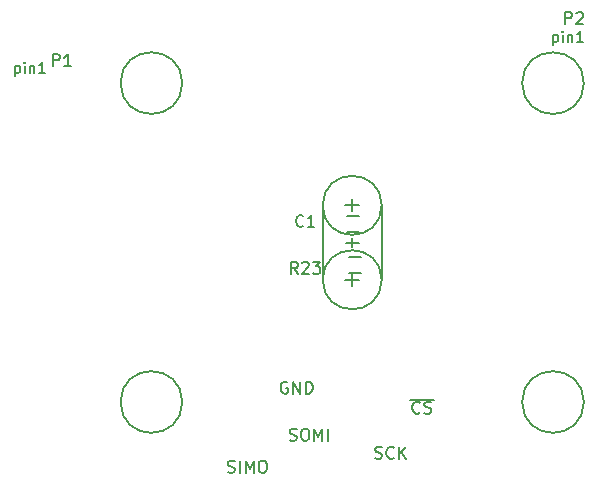
<source format=gto>
G04 #@! TF.FileFunction,Legend,Top*
%FSLAX46Y46*%
G04 Gerber Fmt 4.6, Leading zero omitted, Abs format (unit mm)*
G04 Created by KiCad (PCBNEW 4.0.1-stable) date 2/18/2017 12:31:51 AM*
%MOMM*%
G01*
G04 APERTURE LIST*
%ADD10C,0.100000*%
%ADD11C,0.127000*%
%ADD12C,0.152400*%
%ADD13C,0.200000*%
%ADD14C,0.150000*%
G04 APERTURE END LIST*
D10*
D11*
X-5485795Y-11823700D02*
X-5582557Y-11775319D01*
X-5727700Y-11775319D01*
X-5872842Y-11823700D01*
X-5969604Y-11920462D01*
X-6017985Y-12017224D01*
X-6066366Y-12210748D01*
X-6066366Y-12355890D01*
X-6017985Y-12549414D01*
X-5969604Y-12646176D01*
X-5872842Y-12742938D01*
X-5727700Y-12791319D01*
X-5630938Y-12791319D01*
X-5485795Y-12742938D01*
X-5437414Y-12694557D01*
X-5437414Y-12355890D01*
X-5630938Y-12355890D01*
X-5001985Y-12791319D02*
X-5001985Y-11775319D01*
X-4421414Y-12791319D01*
X-4421414Y-11775319D01*
X-3937604Y-12791319D02*
X-3937604Y-11775319D01*
X-3695699Y-11775319D01*
X-3550557Y-11823700D01*
X-3453795Y-11920462D01*
X-3405414Y-12017224D01*
X-3357033Y-12210748D01*
X-3357033Y-12355890D01*
X-3405414Y-12549414D01*
X-3453795Y-12646176D01*
X-3550557Y-12742938D01*
X-3695699Y-12791319D01*
X-3937604Y-12791319D01*
X5736167Y-14383657D02*
X5687786Y-14432038D01*
X5542643Y-14480419D01*
X5445881Y-14480419D01*
X5300739Y-14432038D01*
X5203977Y-14335276D01*
X5155596Y-14238514D01*
X5107215Y-14044990D01*
X5107215Y-13899848D01*
X5155596Y-13706324D01*
X5203977Y-13609562D01*
X5300739Y-13512800D01*
X5445881Y-13464419D01*
X5542643Y-13464419D01*
X5687786Y-13512800D01*
X5736167Y-13561181D01*
X6123215Y-14432038D02*
X6268358Y-14480419D01*
X6510262Y-14480419D01*
X6607024Y-14432038D01*
X6655405Y-14383657D01*
X6703786Y-14286895D01*
X6703786Y-14190133D01*
X6655405Y-14093371D01*
X6607024Y-14044990D01*
X6510262Y-13996610D01*
X6316739Y-13948229D01*
X6219977Y-13899848D01*
X6171596Y-13851467D01*
X6123215Y-13754705D01*
X6123215Y-13657943D01*
X6171596Y-13561181D01*
X6219977Y-13512800D01*
X6316739Y-13464419D01*
X6558643Y-13464419D01*
X6703786Y-13512800D01*
X4913691Y-13289280D02*
X6897310Y-13289280D01*
X1932215Y-18254738D02*
X2077358Y-18303119D01*
X2319262Y-18303119D01*
X2416024Y-18254738D01*
X2464405Y-18206357D01*
X2512786Y-18109595D01*
X2512786Y-18012833D01*
X2464405Y-17916071D01*
X2416024Y-17867690D01*
X2319262Y-17819310D01*
X2125739Y-17770929D01*
X2028977Y-17722548D01*
X1980596Y-17674167D01*
X1932215Y-17577405D01*
X1932215Y-17480643D01*
X1980596Y-17383881D01*
X2028977Y-17335500D01*
X2125739Y-17287119D01*
X2367643Y-17287119D01*
X2512786Y-17335500D01*
X3528786Y-18206357D02*
X3480405Y-18254738D01*
X3335262Y-18303119D01*
X3238500Y-18303119D01*
X3093358Y-18254738D01*
X2996596Y-18157976D01*
X2948215Y-18061214D01*
X2899834Y-17867690D01*
X2899834Y-17722548D01*
X2948215Y-17529024D01*
X2996596Y-17432262D01*
X3093358Y-17335500D01*
X3238500Y-17287119D01*
X3335262Y-17287119D01*
X3480405Y-17335500D01*
X3528786Y-17383881D01*
X3964215Y-18303119D02*
X3964215Y-17287119D01*
X4544786Y-18303119D02*
X4109358Y-17722548D01*
X4544786Y-17287119D02*
X3964215Y-17867690D01*
X-10522252Y-19435838D02*
X-10377109Y-19484219D01*
X-10135205Y-19484219D01*
X-10038443Y-19435838D01*
X-9990062Y-19387457D01*
X-9941681Y-19290695D01*
X-9941681Y-19193933D01*
X-9990062Y-19097171D01*
X-10038443Y-19048790D01*
X-10135205Y-19000410D01*
X-10328728Y-18952029D01*
X-10425490Y-18903648D01*
X-10473871Y-18855267D01*
X-10522252Y-18758505D01*
X-10522252Y-18661743D01*
X-10473871Y-18564981D01*
X-10425490Y-18516600D01*
X-10328728Y-18468219D01*
X-10086824Y-18468219D01*
X-9941681Y-18516600D01*
X-9506252Y-19484219D02*
X-9506252Y-18468219D01*
X-9022442Y-19484219D02*
X-9022442Y-18468219D01*
X-8683776Y-19193933D01*
X-8345109Y-18468219D01*
X-8345109Y-19484219D01*
X-7667775Y-18468219D02*
X-7474252Y-18468219D01*
X-7377490Y-18516600D01*
X-7280728Y-18613362D01*
X-7232347Y-18806886D01*
X-7232347Y-19145552D01*
X-7280728Y-19339076D01*
X-7377490Y-19435838D01*
X-7474252Y-19484219D01*
X-7667775Y-19484219D01*
X-7764537Y-19435838D01*
X-7861299Y-19339076D01*
X-7909680Y-19145552D01*
X-7909680Y-18806886D01*
X-7861299Y-18613362D01*
X-7764537Y-18516600D01*
X-7667775Y-18468219D01*
X-5289852Y-16730738D02*
X-5144709Y-16779119D01*
X-4902805Y-16779119D01*
X-4806043Y-16730738D01*
X-4757662Y-16682357D01*
X-4709281Y-16585595D01*
X-4709281Y-16488833D01*
X-4757662Y-16392071D01*
X-4806043Y-16343690D01*
X-4902805Y-16295310D01*
X-5096328Y-16246929D01*
X-5193090Y-16198548D01*
X-5241471Y-16150167D01*
X-5289852Y-16053405D01*
X-5289852Y-15956643D01*
X-5241471Y-15859881D01*
X-5193090Y-15811500D01*
X-5096328Y-15763119D01*
X-4854424Y-15763119D01*
X-4709281Y-15811500D01*
X-4080328Y-15763119D02*
X-3886805Y-15763119D01*
X-3790043Y-15811500D01*
X-3693281Y-15908262D01*
X-3644900Y-16101786D01*
X-3644900Y-16440452D01*
X-3693281Y-16633976D01*
X-3790043Y-16730738D01*
X-3886805Y-16779119D01*
X-4080328Y-16779119D01*
X-4177090Y-16730738D01*
X-4273852Y-16633976D01*
X-4322233Y-16440452D01*
X-4322233Y-16101786D01*
X-4273852Y-15908262D01*
X-4177090Y-15811500D01*
X-4080328Y-15763119D01*
X-3209471Y-16779119D02*
X-3209471Y-15763119D01*
X-2870805Y-16488833D01*
X-2532138Y-15763119D01*
X-2532138Y-16779119D01*
X-2048328Y-16779119D02*
X-2048328Y-15763119D01*
D12*
X-28532666Y14973300D02*
X-28532666Y14084300D01*
X-28532666Y14930967D02*
X-28448000Y14973300D01*
X-28278666Y14973300D01*
X-28194000Y14930967D01*
X-28151666Y14888633D01*
X-28109333Y14803967D01*
X-28109333Y14549967D01*
X-28151666Y14465300D01*
X-28194000Y14422967D01*
X-28278666Y14380633D01*
X-28448000Y14380633D01*
X-28532666Y14422967D01*
X-27728333Y14380633D02*
X-27728333Y14973300D01*
X-27728333Y15269633D02*
X-27770667Y15227300D01*
X-27728333Y15184967D01*
X-27686000Y15227300D01*
X-27728333Y15269633D01*
X-27728333Y15184967D01*
X-27305000Y14973300D02*
X-27305000Y14380633D01*
X-27305000Y14888633D02*
X-27262667Y14930967D01*
X-27178000Y14973300D01*
X-27051000Y14973300D01*
X-26966334Y14930967D01*
X-26924000Y14846300D01*
X-26924000Y14380633D01*
X-26035001Y14380633D02*
X-26543001Y14380633D01*
X-26289001Y14380633D02*
X-26289001Y15269633D01*
X-26373667Y15142633D01*
X-26458334Y15057967D01*
X-26543001Y15015633D01*
X17009534Y17614900D02*
X17009534Y16725900D01*
X17009534Y17572567D02*
X17094200Y17614900D01*
X17263534Y17614900D01*
X17348200Y17572567D01*
X17390534Y17530233D01*
X17432867Y17445567D01*
X17432867Y17191567D01*
X17390534Y17106900D01*
X17348200Y17064567D01*
X17263534Y17022233D01*
X17094200Y17022233D01*
X17009534Y17064567D01*
X17813867Y17022233D02*
X17813867Y17614900D01*
X17813867Y17911233D02*
X17771533Y17868900D01*
X17813867Y17826567D01*
X17856200Y17868900D01*
X17813867Y17911233D01*
X17813867Y17826567D01*
X18237200Y17614900D02*
X18237200Y17022233D01*
X18237200Y17530233D02*
X18279533Y17572567D01*
X18364200Y17614900D01*
X18491200Y17614900D01*
X18575866Y17572567D01*
X18618200Y17487900D01*
X18618200Y17022233D01*
X19507199Y17022233D02*
X18999199Y17022233D01*
X19253199Y17022233D02*
X19253199Y17911233D01*
X19168533Y17784233D01*
X19083866Y17699567D01*
X18999199Y17657233D01*
D13*
X2500000Y-3100000D02*
X2500000Y3100000D01*
X-2500000Y3150000D02*
X-2500000Y-3300000D01*
X-500000Y0D02*
X-450000Y0D01*
X550000Y0D02*
X-500000Y0D01*
X0Y400000D02*
X0Y-350000D01*
X2500000Y-3150000D02*
G75*
G03X2500000Y-3150000I-2500000J0D01*
G01*
X0Y-2550000D02*
X0Y-3700000D01*
X600000Y-3150000D02*
X-600000Y-3150000D01*
X0Y2650000D02*
X0Y3700000D01*
X600000Y3150000D02*
X-600000Y3150000D01*
X2500000Y3150000D02*
G75*
G03X2500000Y3150000I-2500000J0D01*
G01*
D14*
X-14387800Y13500000D02*
G75*
G03X-14387800Y13500000I-2612200J0D01*
G01*
X19612200Y-13500000D02*
G75*
G03X19612200Y-13500000I-2612200J0D01*
G01*
X19612200Y13500000D02*
G75*
G03X19612200Y13500000I-2612200J0D01*
G01*
X-14387800Y-13500000D02*
G75*
G03X-14387800Y-13500000I-2612200J0D01*
G01*
X-449200Y2249800D02*
X550800Y2249800D01*
X550800Y899800D02*
X-449200Y899800D01*
X766700Y-2605400D02*
X-233300Y-2605400D01*
X-233300Y-1255400D02*
X766700Y-1255400D01*
X-25338095Y14947619D02*
X-25338095Y15947619D01*
X-24957142Y15947619D01*
X-24861904Y15900000D01*
X-24814285Y15852381D01*
X-24766666Y15757143D01*
X-24766666Y15614286D01*
X-24814285Y15519048D01*
X-24861904Y15471429D01*
X-24957142Y15423810D01*
X-25338095Y15423810D01*
X-23814285Y14947619D02*
X-24385714Y14947619D01*
X-24100000Y14947619D02*
X-24100000Y15947619D01*
X-24195238Y15804762D01*
X-24290476Y15709524D01*
X-24385714Y15661905D01*
X18029305Y18521419D02*
X18029305Y19521419D01*
X18410258Y19521419D01*
X18505496Y19473800D01*
X18553115Y19426181D01*
X18600734Y19330943D01*
X18600734Y19188086D01*
X18553115Y19092848D01*
X18505496Y19045229D01*
X18410258Y18997610D01*
X18029305Y18997610D01*
X18981686Y19426181D02*
X19029305Y19473800D01*
X19124543Y19521419D01*
X19362639Y19521419D01*
X19457877Y19473800D01*
X19505496Y19426181D01*
X19553115Y19330943D01*
X19553115Y19235705D01*
X19505496Y19092848D01*
X18934067Y18521419D01*
X19553115Y18521419D01*
X-4141766Y1420857D02*
X-4189385Y1373238D01*
X-4332242Y1325619D01*
X-4427480Y1325619D01*
X-4570338Y1373238D01*
X-4665576Y1468476D01*
X-4713195Y1563714D01*
X-4760814Y1754190D01*
X-4760814Y1897048D01*
X-4713195Y2087524D01*
X-4665576Y2182762D01*
X-4570338Y2278000D01*
X-4427480Y2325619D01*
X-4332242Y2325619D01*
X-4189385Y2278000D01*
X-4141766Y2230381D01*
X-3189385Y1325619D02*
X-3760814Y1325619D01*
X-3475100Y1325619D02*
X-3475100Y2325619D01*
X-3570338Y2182762D01*
X-3665576Y2087524D01*
X-3760814Y2039905D01*
X-4617957Y-2636781D02*
X-4951291Y-2160590D01*
X-5189386Y-2636781D02*
X-5189386Y-1636781D01*
X-4808433Y-1636781D01*
X-4713195Y-1684400D01*
X-4665576Y-1732019D01*
X-4617957Y-1827257D01*
X-4617957Y-1970114D01*
X-4665576Y-2065352D01*
X-4713195Y-2112971D01*
X-4808433Y-2160590D01*
X-5189386Y-2160590D01*
X-4237005Y-1732019D02*
X-4189386Y-1684400D01*
X-4094148Y-1636781D01*
X-3856052Y-1636781D01*
X-3760814Y-1684400D01*
X-3713195Y-1732019D01*
X-3665576Y-1827257D01*
X-3665576Y-1922495D01*
X-3713195Y-2065352D01*
X-4284624Y-2636781D01*
X-3665576Y-2636781D01*
X-3332243Y-1636781D02*
X-2713195Y-1636781D01*
X-3046529Y-2017733D01*
X-2903671Y-2017733D01*
X-2808433Y-2065352D01*
X-2760814Y-2112971D01*
X-2713195Y-2208210D01*
X-2713195Y-2446305D01*
X-2760814Y-2541543D01*
X-2808433Y-2589162D01*
X-2903671Y-2636781D01*
X-3189386Y-2636781D01*
X-3284624Y-2589162D01*
X-3332243Y-2541543D01*
M02*

</source>
